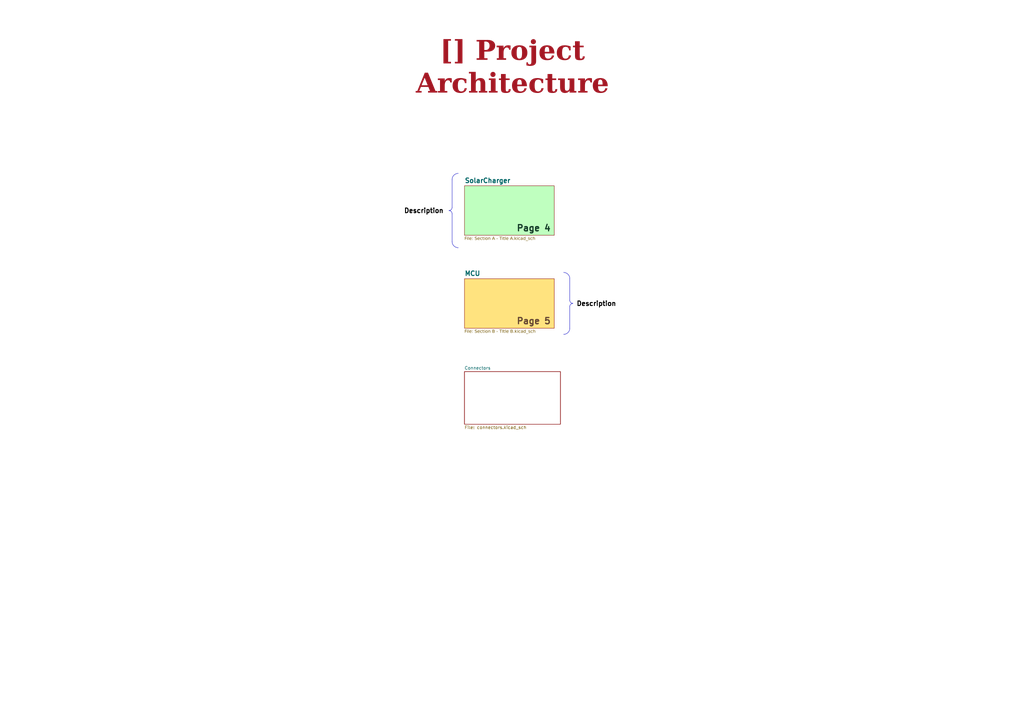
<source format=kicad_sch>
(kicad_sch
	(version 20250114)
	(generator "eeschema")
	(generator_version "9.0")
	(uuid "07236397-3ba4-47af-9809-3faac3a2aa49")
	(paper "A3")
	(title_block
		(title "Project Architecture")
		(date "2025-01-12")
		(rev "${REVISION}")
		(company "${COMPANY}")
	)
	(lib_symbols)
	(arc
		(start 185.42 85.09)
		(mid 185.0451 85.9851)
		(end 184.15 86.36)
		(stroke
			(width 0)
			(type default)
		)
		(fill
			(type none)
		)
		(uuid 13e3bc56-4a98-40ef-8c39-3b21620a792f)
	)
	(arc
		(start 234.97 124.44)
		(mid 234.0749 124.0651)
		(end 233.7 123.17)
		(stroke
			(width 0)
			(type default)
		)
		(fill
			(type none)
		)
		(uuid 19c30b2f-1391-4be0-8a5f-17a3226c0876)
	)
	(arc
		(start 233.7 125.71)
		(mid 234.0749 124.8149)
		(end 234.97 124.44)
		(stroke
			(width 0)
			(type default)
		)
		(fill
			(type none)
		)
		(uuid 5b059745-d833-4f9d-9745-ec7a90904541)
	)
	(arc
		(start 233.7 134.6)
		(mid 232.9561 136.3961)
		(end 231.16 137.14)
		(stroke
			(width 0)
			(type default)
		)
		(fill
			(type none)
		)
		(uuid 62bb3cd5-23b6-4c8e-a8f2-a293aca5d83b)
	)
	(arc
		(start 184.15 86.36)
		(mid 185.0451 86.7349)
		(end 185.42 87.63)
		(stroke
			(width 0)
			(type default)
		)
		(fill
			(type none)
		)
		(uuid 787eda22-1bf9-4d1b-96b2-11995bb2af0f)
	)
	(arc
		(start 187.96 101.6)
		(mid 186.1698 100.8502)
		(end 185.42 99.06)
		(stroke
			(width 0)
			(type default)
		)
		(fill
			(type none)
		)
		(uuid 7c454724-851d-42c5-8823-df570c1fc5eb)
	)
	(arc
		(start 231.16 111.74)
		(mid 232.9502 112.4898)
		(end 233.7 114.28)
		(stroke
			(width 0)
			(type default)
		)
		(fill
			(type none)
		)
		(uuid 94ad6bc3-4505-4c4a-89fc-83d0c51dd562)
	)
	(arc
		(start 185.42 73.66)
		(mid 186.1639 71.8639)
		(end 187.96 71.12)
		(stroke
			(width 0)
			(type default)
		)
		(fill
			(type none)
		)
		(uuid fda911f3-adb3-4abb-981f-a877a93c831b)
	)
	(text "Page 5"
		(exclude_from_sim no)
		(at 226.06 133.35 0)
		(effects
			(font
				(size 2.54 2.54)
				(bold yes)
				(color 100 70 50 1)
			)
			(justify right bottom)
			(href "#5")
		)
		(uuid "b60ecde0-2a85-4071-a728-47148cd80779")
	)
	(text "Page 4"
		(exclude_from_sim no)
		(at 226.06 95.25 0)
		(effects
			(font
				(size 2.54 2.54)
				(bold yes)
				(color 20 60 40 1)
			)
			(justify right bottom)
			(href "#4")
		)
		(uuid "f04f874a-d252-4474-87f2-c34bbb094a4c")
	)
	(text_box "Description"
		(exclude_from_sim no)
		(at 166.37 83.82 0)
		(size 17.145 5.08)
		(margins 1.4287 1.4287 1.4287 1.4287)
		(stroke
			(width -0.0001)
			(type default)
		)
		(fill
			(type none)
		)
		(effects
			(font
				(size 1.905 1.905)
				(thickness 0.381)
				(bold yes)
				(color 0 0 0 1)
			)
			(justify right top)
		)
		(uuid "971f0c48-6726-412d-badf-cee82cbffedd")
	)
	(text_box "Description"
		(exclude_from_sim no)
		(at 234.95 121.92 0)
		(size 26.015 5.1)
		(margins 1.4287 1.4287 1.4287 1.4287)
		(stroke
			(width -0.0001)
			(type default)
		)
		(fill
			(type none)
		)
		(effects
			(font
				(size 1.905 1.905)
				(thickness 0.381)
				(bold yes)
				(color 0 0 0 1)
			)
			(justify left top)
		)
		(uuid "97bb5e92-ab26-4907-9b80-08d49465fc86")
	)
	(text_box "[${#}] ${TITLE}"
		(exclude_from_sim no)
		(at 144.78 21.59 0)
		(size 130.81 12.7)
		(margins 5.9999 5.9999 5.9999 5.9999)
		(stroke
			(width -0.0001)
			(type default)
		)
		(fill
			(type none)
		)
		(effects
			(font
				(face "Times New Roman")
				(size 8 8)
				(thickness 1.2)
				(bold yes)
				(color 162 22 34 1)
			)
		)
		(uuid "f4789478-c68e-4cee-9edd-5d11b744f94d")
	)
	(polyline
		(pts
			(xy 185.42 87.63) (xy 185.42 99.06)
		)
		(stroke
			(width 0)
			(type default)
		)
		(uuid "8b678fb1-fee7-4461-95f7-7f383f478fdc")
	)
	(polyline
		(pts
			(xy 233.68 125.73) (xy 233.68 134.62)
		)
		(stroke
			(width 0)
			(type default)
		)
		(uuid "8c7de816-3d34-497f-b0c8-22f80559d2d8")
	)
	(polyline
		(pts
			(xy 185.42 85.09) (xy 185.42 73.66)
		)
		(stroke
			(width 0)
			(type default)
		)
		(uuid "903e49b2-1b5d-4317-a33b-adfda1594a88")
	)
	(polyline
		(pts
			(xy 233.68 114.3) (xy 233.68 123.19)
		)
		(stroke
			(width 0)
			(type default)
		)
		(uuid "9543d363-0f36-4c41-97bc-b97723f48818")
	)
	(sheet
		(at 190.5 152.4)
		(size 39.37 21.59)
		(exclude_from_sim no)
		(in_bom yes)
		(on_board yes)
		(dnp no)
		(fields_autoplaced yes)
		(stroke
			(width 0.1524)
			(type solid)
		)
		(fill
			(color 0 0 0 0.0000)
		)
		(uuid "ae8d0caf-6898-4dee-88e6-fcc8a5387577")
		(property "Sheetname" "Connectors"
			(at 190.5 151.6884 0)
			(effects
				(font
					(size 1.27 1.27)
				)
				(justify left bottom)
			)
		)
		(property "Sheetfile" "connectors.kicad_sch"
			(at 190.5 174.5746 0)
			(effects
				(font
					(size 1.27 1.27)
				)
				(justify left top)
			)
		)
		(instances
			(project "solar_smart_station"
				(path "/f9e05184-c88b-4a88-ae9c-ab2bdb32be7c/c5103ceb-5325-4a84-a025-9638a412984e"
					(page "6")
				)
			)
		)
	)
	(sheet
		(at 190.5 114.3)
		(size 36.83 20.32)
		(exclude_from_sim no)
		(in_bom yes)
		(on_board yes)
		(dnp no)
		(fields_autoplaced yes)
		(stroke
			(width 0.1524)
			(type solid)
		)
		(fill
			(color 255 200 0 0.5020)
		)
		(uuid "e744f3ce-03a6-44a6-8792-1447ef232b9a")
		(property "Sheetname" "MCU"
			(at 190.5 113.2709 0)
			(effects
				(font
					(size 1.905 1.905)
					(bold yes)
				)
				(justify left bottom)
			)
		)
		(property "Sheetfile" "Section B - TItle B.kicad_sch"
			(at 190.5 135.2046 0)
			(effects
				(font
					(face "Arial")
					(size 1.27 1.27)
				)
				(justify left top)
			)
		)
		(instances
			(project "solar_smart_station"
				(path "/f9e05184-c88b-4a88-ae9c-ab2bdb32be7c/c5103ceb-5325-4a84-a025-9638a412984e"
					(page "5")
				)
			)
		)
	)
	(sheet
		(at 190.5 76.2)
		(size 36.83 20.32)
		(exclude_from_sim no)
		(in_bom yes)
		(on_board yes)
		(dnp no)
		(fields_autoplaced yes)
		(stroke
			(width 0.1524)
			(type solid)
		)
		(fill
			(color 128 255 128 0.5000)
		)
		(uuid "f06537ee-772d-44d3-8c50-e0ba41038c9c")
		(property "Sheetname" "SolarCharger"
			(at 190.5 75.1709 0)
			(effects
				(font
					(size 1.905 1.905)
					(bold yes)
				)
				(justify left bottom)
			)
		)
		(property "Sheetfile" "Section A - Title A.kicad_sch"
			(at 190.5 97.1046 0)
			(effects
				(font
					(face "Arial")
					(size 1.27 1.27)
				)
				(justify left top)
			)
		)
		(instances
			(project "solar_smart_station"
				(path "/f9e05184-c88b-4a88-ae9c-ab2bdb32be7c/c5103ceb-5325-4a84-a025-9638a412984e"
					(page "4")
				)
			)
		)
	)
)

</source>
